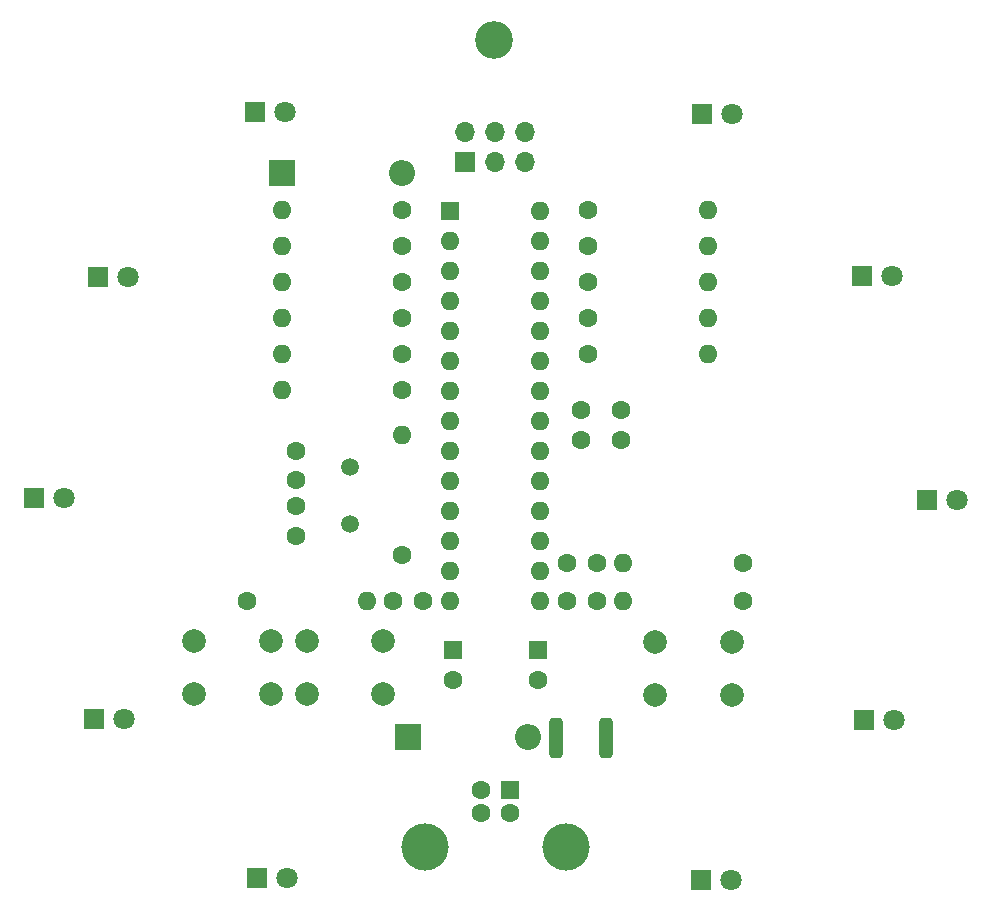
<source format=gbr>
%TF.GenerationSoftware,KiCad,Pcbnew,6.0.11-2627ca5db0~126~ubuntu20.04.1*%
%TF.CreationDate,2023-07-01T13:10:38+02:00*%
%TF.ProjectId,THW_bagde,5448575f-6261-4676-9465-2e6b69636164,rev?*%
%TF.SameCoordinates,Original*%
%TF.FileFunction,Soldermask,Top*%
%TF.FilePolarity,Negative*%
%FSLAX46Y46*%
G04 Gerber Fmt 4.6, Leading zero omitted, Abs format (unit mm)*
G04 Created by KiCad (PCBNEW 6.0.11-2627ca5db0~126~ubuntu20.04.1) date 2023-07-01 13:10:38*
%MOMM*%
%LPD*%
G01*
G04 APERTURE LIST*
G04 Aperture macros list*
%AMRoundRect*
0 Rectangle with rounded corners*
0 $1 Rounding radius*
0 $2 $3 $4 $5 $6 $7 $8 $9 X,Y pos of 4 corners*
0 Add a 4 corners polygon primitive as box body*
4,1,4,$2,$3,$4,$5,$6,$7,$8,$9,$2,$3,0*
0 Add four circle primitives for the rounded corners*
1,1,$1+$1,$2,$3*
1,1,$1+$1,$4,$5*
1,1,$1+$1,$6,$7*
1,1,$1+$1,$8,$9*
0 Add four rect primitives between the rounded corners*
20,1,$1+$1,$2,$3,$4,$5,0*
20,1,$1+$1,$4,$5,$6,$7,0*
20,1,$1+$1,$6,$7,$8,$9,0*
20,1,$1+$1,$8,$9,$2,$3,0*%
G04 Aperture macros list end*
%ADD10C,1.600000*%
%ADD11O,1.600000X1.600000*%
%ADD12R,1.700000X1.700000*%
%ADD13O,1.700000X1.700000*%
%ADD14R,1.800000X1.800000*%
%ADD15C,1.800000*%
%ADD16C,1.500000*%
%ADD17R,1.600000X1.600000*%
%ADD18R,2.200000X2.200000*%
%ADD19O,2.200000X2.200000*%
%ADD20C,4.000000*%
%ADD21C,2.000000*%
%ADD22RoundRect,0.250000X0.312500X1.450000X-0.312500X1.450000X-0.312500X-1.450000X0.312500X-1.450000X0*%
%ADD23C,3.200000*%
G04 APERTURE END LIST*
D10*
%TO.C,R14*%
X172618400Y-101168200D03*
D11*
X162458400Y-101168200D03*
%TD*%
D12*
%TO.C,J2*%
X149087600Y-64013000D03*
D13*
X149087600Y-61473000D03*
X151627600Y-64013000D03*
X151627600Y-61473000D03*
X154167600Y-64013000D03*
X154167600Y-61473000D03*
%TD*%
D14*
%TO.C,D3*%
X112593200Y-92506800D03*
D15*
X115133200Y-92506800D03*
%TD*%
D10*
%TO.C,R1*%
X143730000Y-71158000D03*
D11*
X133570000Y-71158000D03*
%TD*%
D16*
%TO.C,Y1*%
X139331200Y-94700000D03*
X139331200Y-89820000D03*
%TD*%
D10*
%TO.C,R11*%
X143700000Y-97330000D03*
D11*
X143700000Y-87170000D03*
%TD*%
D14*
%TO.C,D9*%
X182675000Y-73650000D03*
D15*
X185215000Y-73650000D03*
%TD*%
D17*
%TO.C,C5*%
X148005800Y-105345221D03*
D10*
X148005800Y-107845221D03*
%TD*%
D18*
%TO.C,D12*%
X144200000Y-112750000D03*
D19*
X154360000Y-112750000D03*
%TD*%
D10*
%TO.C,R10*%
X159512000Y-68122800D03*
D11*
X169672000Y-68122800D03*
%TD*%
D17*
%TO.C,J1*%
X152888000Y-117164500D03*
D10*
X150388000Y-117164500D03*
X150388000Y-119164500D03*
X152888000Y-119164500D03*
D20*
X157638000Y-122024500D03*
X145638000Y-122024500D03*
%TD*%
D10*
%TO.C,R15*%
X130606800Y-101168200D03*
D11*
X140766800Y-101168200D03*
%TD*%
D10*
%TO.C,R13*%
X172618400Y-98018600D03*
D11*
X162458400Y-98018600D03*
%TD*%
D10*
%TO.C,R7*%
X159512000Y-77266800D03*
D11*
X169672000Y-77266800D03*
%TD*%
D10*
%TO.C,C2*%
X134733800Y-90960000D03*
X134733800Y-88460000D03*
%TD*%
D21*
%TO.C,SW3*%
X165152000Y-104650000D03*
X171652000Y-104650000D03*
X171652000Y-109150000D03*
X165152000Y-109150000D03*
%TD*%
D10*
%TO.C,R8*%
X159512000Y-74218800D03*
D11*
X169672000Y-74218800D03*
%TD*%
D14*
%TO.C,D1*%
X131262200Y-59791600D03*
D15*
X133802200Y-59791600D03*
%TD*%
D22*
%TO.C,F1*%
X161037500Y-112800000D03*
X156762500Y-112800000D03*
%TD*%
D10*
%TO.C,R2*%
X143730000Y-74206000D03*
D11*
X133570000Y-74206000D03*
%TD*%
D21*
%TO.C,SW1*%
X126100000Y-104600000D03*
X132600000Y-104600000D03*
X132600000Y-109100000D03*
X126100000Y-109100000D03*
%TD*%
D17*
%TO.C,C4*%
X155219400Y-105345221D03*
D10*
X155219400Y-107845221D03*
%TD*%
%TO.C,C6*%
X157703200Y-101168200D03*
X160203200Y-101168200D03*
%TD*%
%TO.C,R6*%
X159512000Y-80314800D03*
D11*
X169672000Y-80314800D03*
%TD*%
D14*
%TO.C,D8*%
X188209000Y-92633800D03*
D15*
X190749000Y-92633800D03*
%TD*%
D10*
%TO.C,C1*%
X134733800Y-93184400D03*
X134733800Y-95684400D03*
%TD*%
D14*
%TO.C,D2*%
X118003400Y-73736200D03*
D15*
X120543400Y-73736200D03*
%TD*%
D10*
%TO.C,C8*%
X158850000Y-87550000D03*
X158850000Y-85050000D03*
%TD*%
%TO.C,C3*%
X162250000Y-87550000D03*
X162250000Y-85050000D03*
%TD*%
D14*
%TO.C,D6*%
X169057400Y-124790200D03*
D15*
X171597400Y-124790200D03*
%TD*%
D10*
%TO.C,R4*%
X143730000Y-80302000D03*
D11*
X133570000Y-80302000D03*
%TD*%
D10*
%TO.C,C9*%
X145496600Y-101168200D03*
X142996600Y-101168200D03*
%TD*%
D14*
%TO.C,D7*%
X182824200Y-111277400D03*
D15*
X185364200Y-111277400D03*
%TD*%
D23*
%TO.C,REF\u002A\u002A*%
X151511000Y-53721000D03*
%TD*%
D18*
%TO.C,D11*%
X133544600Y-64960400D03*
D19*
X143704600Y-64960400D03*
%TD*%
D17*
%TO.C,U1*%
X147787200Y-68158200D03*
D11*
X147787200Y-70698200D03*
X147787200Y-73238200D03*
X147787200Y-75778200D03*
X147787200Y-78318200D03*
X147787200Y-80858200D03*
X147787200Y-83398200D03*
X147787200Y-85938200D03*
X147787200Y-88478200D03*
X147787200Y-91018200D03*
X147787200Y-93558200D03*
X147787200Y-96098200D03*
X147787200Y-98638200D03*
X147787200Y-101178200D03*
X155407200Y-101178200D03*
X155407200Y-98638200D03*
X155407200Y-96098200D03*
X155407200Y-93558200D03*
X155407200Y-91018200D03*
X155407200Y-88478200D03*
X155407200Y-85938200D03*
X155407200Y-83398200D03*
X155407200Y-80858200D03*
X155407200Y-78318200D03*
X155407200Y-75778200D03*
X155407200Y-73238200D03*
X155407200Y-70698200D03*
X155407200Y-68158200D03*
%TD*%
D10*
%TO.C,R12*%
X143730000Y-68110000D03*
D11*
X133570000Y-68110000D03*
%TD*%
D10*
%TO.C,R3*%
X143730000Y-77254000D03*
D11*
X133570000Y-77254000D03*
%TD*%
D10*
%TO.C,C7*%
X157703200Y-98018600D03*
X160203200Y-98018600D03*
%TD*%
D21*
%TO.C,SW2*%
X135650000Y-104600000D03*
X142150000Y-104600000D03*
X135650000Y-109100000D03*
X142150000Y-109100000D03*
%TD*%
D14*
%TO.C,D5*%
X131490800Y-124688600D03*
D15*
X134030800Y-124688600D03*
%TD*%
D10*
%TO.C,R9*%
X159512000Y-71170800D03*
D11*
X169672000Y-71170800D03*
%TD*%
D14*
%TO.C,D4*%
X117647800Y-111226600D03*
D15*
X120187800Y-111226600D03*
%TD*%
D14*
%TO.C,D10*%
X169108200Y-59944000D03*
D15*
X171648200Y-59944000D03*
%TD*%
D10*
%TO.C,R5*%
X143730000Y-83350000D03*
D11*
X133570000Y-83350000D03*
%TD*%
M02*

</source>
